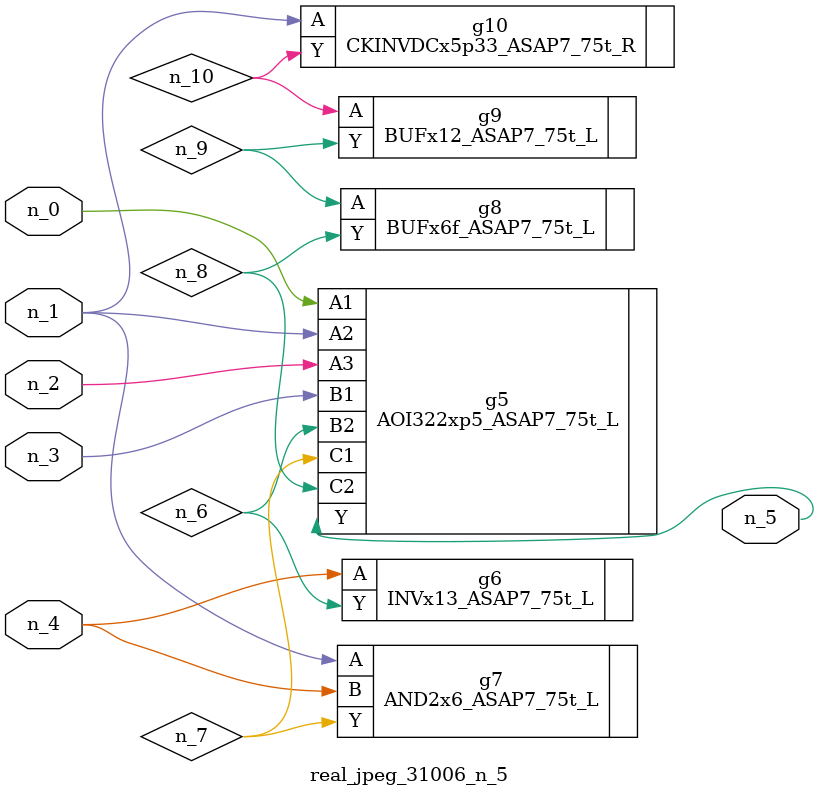
<source format=v>
module real_jpeg_31006_n_5 (n_4, n_0, n_1, n_2, n_3, n_5);

input n_4;
input n_0;
input n_1;
input n_2;
input n_3;

output n_5;

wire n_8;
wire n_6;
wire n_7;
wire n_10;
wire n_9;

AOI322xp5_ASAP7_75t_L g5 ( 
.A1(n_0),
.A2(n_1),
.A3(n_2),
.B1(n_3),
.B2(n_6),
.C1(n_7),
.C2(n_8),
.Y(n_5)
);

AND2x6_ASAP7_75t_L g7 ( 
.A(n_1),
.B(n_4),
.Y(n_7)
);

CKINVDCx5p33_ASAP7_75t_R g10 ( 
.A(n_1),
.Y(n_10)
);

INVx13_ASAP7_75t_L g6 ( 
.A(n_4),
.Y(n_6)
);

BUFx6f_ASAP7_75t_L g8 ( 
.A(n_9),
.Y(n_8)
);

BUFx12_ASAP7_75t_L g9 ( 
.A(n_10),
.Y(n_9)
);


endmodule
</source>
